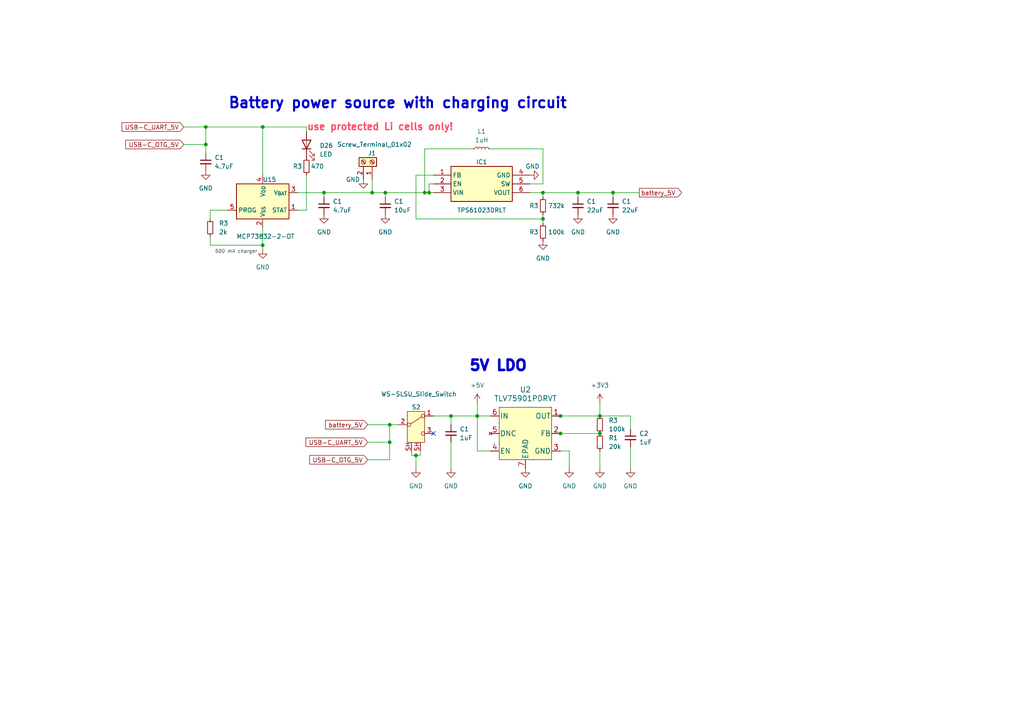
<source format=kicad_sch>
(kicad_sch (version 20230121) (generator eeschema)
  (paper "A4")
  (title_block (title "Keypad board") (date "2023-11-15") (rev "1.1"))
  (lib_symbols
    (symbol "Battery_Management:MCP73832-2-OT"
      (property "Reference" "U" (at -7.62 6.35 0))
      (property "Value" "MCP73832-2-OT" (at 1.27 6.35 0))
      (symbol "MCP73832-2-OT_0_1"
        (rectangle (start -7.62 5.08) (end 7.62 -5.08) (stroke (width 0.254)) (fill (type background)))
      )
      (symbol "MCP73832-2-OT_1_1"
        (pin output line (at 10.16 -2.54 180) (length 2.54) (name "STAT") (number "1"))
        (pin power_in line (at 0 -7.62 90) (length 2.54) (name "V_{SS}") (number "2"))
        (pin power_out line (at 10.16 2.54 180) (length 2.54) (name "V_{BAT}") (number "3"))
        (pin power_in line (at 0 7.62 270) (length 2.54) (name "V_{DD}") (number "4"))
        (pin input line (at -10.16 -2.54 0) (length 2.54) (name "PROG") (number "5"))
      )
    )
    (symbol "Connector:Screw_Terminal_01x02" (pin_names (offset 1.016) hide)
      (property "Reference" "J" (at 0 2.54 0))
      (property "Value" "Screw_Terminal_01x02" (at 0 -5.08 0))
      (symbol "Screw_Terminal_01x02_1_1"
        (rectangle (start -1.27 1.27) (end 1.27 -3.81) (stroke (width 0.254)) (fill (type background)))
        (circle (center 0 -2.54) (radius 0.635) (stroke (width 0.1524)))
        (polyline (pts (xy -0.5334 -2.2098) (xy 0.3302 -3.048)) (stroke (width 0.1524)))
        (polyline (pts (xy -0.5334 0.3302) (xy 0.3302 -0.508)) (stroke (width 0.1524)))
        (polyline (pts (xy -0.3556 -2.032) (xy 0.508 -2.8702)) (stroke (width 0.1524)))
        (polyline (pts (xy -0.3556 0.508) (xy 0.508 -0.3302)) (stroke (width 0.1524)))
        (circle (center 0 0) (radius 0.635) (stroke (width 0.1524)))
        (pin passive line (at -5.08 0 0) (length 3.81) (name "Pin_1") (number "1"))
        (pin passive line (at -5.08 -2.54 0) (length 3.81) (name "Pin_2") (number "2"))
      )
    )
    (symbol "PUTRocketLab_semiconductors:LED" (pin_numbers hide) (pin_names (offset 1.016) hide)
      (property "Reference" "D" (at 0 2.54 0))
      (property "Value" "LED" (at 0 -2.54 0))
      (symbol "LED_0_1"
        (polyline (pts (xy -1.27 -1.27) (xy -1.27 1.27)) (stroke (width 0.254)))
        (polyline (pts (xy -1.27 0) (xy 1.27 0)))
        (polyline (pts (xy 1.27 -1.27) (xy 1.27 1.27) (xy -1.27 0) (xy 1.27 -1.27)) (stroke (width 0.254)))
        (polyline (pts (xy -3.048 -0.762) (xy -4.572 -2.286) (xy -3.81 -2.286) (xy -4.572 -2.286) (xy -4.572 -1.524)))
        (polyline (pts (xy -1.778 -0.762) (xy -3.302 -2.286) (xy -2.54 -2.286) (xy -3.302 -2.286) (xy -3.302 -1.524)))
      )
      (symbol "LED_1_1"
        (pin passive line (at -3.81 0 0) (length 2.54) (name "K") (number "1"))
        (pin passive line (at 3.81 0 180) (length 2.54) (name "A") (number "2"))
      )
    )
    (symbol "PUTRocketLab_supply:+3.3V" (power) (pin_names (offset 0))
      (property "Value" "+3.3V" (at 0 3.556 0))
      (symbol "+3.3V_0_1"
        (polyline (pts (xy -0.762 1.27) (xy 0 2.54)))
        (polyline (pts (xy 0 0) (xy 0 2.54)))
        (polyline (pts (xy 0 2.54) (xy 0.762 1.27)))
      )
      (symbol "+3.3V_1_1"
        (pin power_in line (at 0 0 90) (length 0) hide (name "+3V3") (number "1"))
      )
    )
    (symbol "PUTRocketLab_supply:GND" (power) (pin_names (offset 0))
      (property "Value" "GND" (at 0 -3.81 0))
      (symbol "GND_0_1"
        (polyline (pts (xy 0 0) (xy 0 -1.27) (xy 1.27 -1.27) (xy 0 -2.54) (xy -1.27 -1.27) (xy 0 -1.27)))
      )
      (symbol "GND_1_1"
        (pin power_in line (at 0 0 270) (length 0) hide (name "GND") (number "1"))
      )
    )
    (symbol "PUT_RocketLab_IC:TLV75901PDRVT" (pin_names (offset 0.254))
      (property "Reference" "U" (at -6.35 13.97 0))
      (property "Value" "TLV75901PDRVT" (at 1.27 11.43 0))
      (symbol "TLV75901PDRVT_1_1"
        (rectangle (start -7.62 -7.62) (end 7.62 7.62) (fill (type background)))
        (pin power_out line (at -10.16 5.08 0) (length 2.54) (name "OUT") (number "1"))
        (pin input line (at -10.16 0 0) (length 2.54) (name "FB") (number "2"))
        (pin power_in line (at -10.16 -5.08 0) (length 2.54) (name "GND") (number "3"))
        (pin input line (at 10.16 -5.08 180) (length 2.54) (name "EN") (number "4"))
        (pin no_connect line (at 10.16 0 180) (length 2.54) (name "DNC") (number "5"))
        (pin power_in line (at 10.16 5.08 180) (length 2.54) (name "IN") (number "6"))
        (pin passive line (at 0 -10.16 90) (length 2.54) (name "EPAD") (number "7"))
      )
    )
    (symbol "PUT_RocketLab_IC:TPS61023DRLT"
      (property "Reference" "IC" (at 24.13 7.62 0))
      (property "Value" "TPS61023DRLT" (at 24.13 5.08 0))
      (symbol "TPS61023DRLT_1_1"
        (rectangle (start 5.08 2.54) (end 22.86 -7.62) (stroke (width 0.254)) (fill (type background)))
        (pin passive line (at 0 0 0) (length 5.08) (name "FB") (number "1"))
        (pin passive line (at 0 -2.54 0) (length 5.08) (name "EN") (number "2"))
        (pin passive line (at 0 -5.08 0) (length 5.08) (name "VIN") (number "3"))
        (pin passive line (at 27.94 0 180) (length 5.08) (name "GND") (number "4"))
        (pin passive line (at 27.94 -2.54 180) (length 5.08) (name "SW") (number "5"))
        (pin passive line (at 27.94 -5.08 180) (length 5.08) (name "VOUT") (number "6"))
      )
    )
    (symbol "PUT_RocketLab_misc:WS-SLSU_Slide_Switch"
      (property "Reference" "S?" (at 0 9.525 0))
      (property "Value" "WS-SLSU_Slide_Switch" (at 1.27 5.08 0))
      (symbol "WS-SLSU_Slide_Switch_0_0"
        (circle (center -2.032 0) (radius 0.508))
        (circle (center 2.032 -2.54) (radius 0.508))
      )
      (symbol "WS-SLSU_Slide_Switch_0_1"
        (rectangle (start -2.54 3.81) (end 2.54 -5.08) (fill (type background)))
        (polyline (pts (xy -1.524 0.254) (xy 1.651 2.286)))
        (circle (center 2.032 2.54) (radius 0.508))
      )
      (symbol "WS-SLSU_Slide_Switch_1_1"
        (pin passive line (at 5.08 2.54 180) (length 2.54) (name "~") (number "1"))
        (pin passive line (at -5.08 0 0) (length 2.54) (name "~") (number "2"))
        (pin passive line (at 5.08 -2.54 180) (length 2.54) (name "~") (number "3"))
        (pin passive line (at -1.27 -7.62 90) (length 2.54) (name "~") (number "SH"))
        (pin passive line (at 1.27 -7.62 90) (length 2.54) (name "~") (number "SH"))
      )
    )
    (symbol "PUT_RocketLab_power:+5V" (power) (pin_names (offset 0))
      (property "Value" "+5V" (at 0 3.556 0))
      (symbol "+5V_0_1"
        (polyline (pts (xy -0.762 1.27) (xy 0 2.54)))
        (polyline (pts (xy 0 0) (xy 0 2.54)))
        (polyline (pts (xy 0 2.54) (xy 0.762 1.27)))
      )
      (symbol "+5V_1_1"
        (pin power_in line (at 0 0 90) (length 0) hide (name "+5V") (number "1"))
      )
    )
    (symbol "PutRocketLab_RCL:C_Small" (pin_numbers hide) (pin_names (offset 0.254) hide)
      (property "Reference" "C" (at 0.254 1.778 0))
      (property "Value" "C_Small" (at 0.254 -2.032 0))
      (symbol "C_Small_0_1"
        (polyline (pts (xy -1.524 -0.508) (xy 1.524 -0.508)) (stroke (width 0.3302)))
        (polyline (pts (xy -1.524 0.508) (xy 1.524 0.508)) (stroke (width 0.3048)))
      )
      (symbol "C_Small_1_1"
        (pin passive line (at 0 2.54 270) (length 2.032) (name "~") (number "1"))
        (pin passive line (at 0 -2.54 90) (length 2.032) (name "~") (number "2"))
      )
    )
    (symbol "PutRocketLab_RCL:L_Small" (pin_numbers hide) (pin_names (offset 0.254) hide)
      (property "Reference" "L" (at 0.762 1.016 0))
      (property "Value" "L_Small" (at 0.762 -1.016 0))
      (symbol "L_Small_0_1"
        (arc (start 0 -2.032) (mid 0.5058 -1.524) (end 0 -1.016))
        (arc (start 0 -1.016) (mid 0.5058 -0.508) (end 0 0))
        (arc (start 0 0) (mid 0.5058 0.508) (end 0 1.016))
        (arc (start 0 1.016) (mid 0.5058 1.524) (end 0 2.032))
      )
      (symbol "L_Small_1_1"
        (pin passive line (at 0 2.54 270) (length 0.508) (name "~") (number "1"))
        (pin passive line (at 0 -2.54 90) (length 0.508) (name "~") (number "2"))
      )
    )
    (symbol "PutRocketLab_RCL:R_Small" (pin_numbers hide) (pin_names (offset 0.254) hide)
      (property "Reference" "R" (at 0.762 0.508 0))
      (property "Value" "R_Small" (at 0.762 -1.016 0))
      (symbol "R_Small_0_1"
        (rectangle (start -0.762 1.778) (end 0.762 -1.778) (stroke (width 0.2032)))
      )
      (symbol "R_Small_1_1"
        (pin passive line (at 0 2.54 270) (length 0.762) (name "~") (number "1"))
        (pin passive line (at 0 -2.54 90) (length 0.762) (name "~") (number "2"))
      )
    )
  )
  (junction (at 177.8 55.88))
  (junction (at 124.46 55.88))
  (junction (at 138.43 120.65))
  (junction (at 123.19 55.88))
  (junction (at 120.65 132.08))
  (junction (at 167.64 55.88))
  (junction (at 162.56 120.65))
  (junction (at 59.69 41.91))
  (junction (at 76.2 36.83))
  (junction (at 157.48 63.5))
  (junction (at 111.76 55.88))
  (junction (at 162.56 125.73))
  (junction (at 59.69 36.83))
  (junction (at 113.03 128.27))
  (junction (at 113.03 123.19))
  (junction (at 130.81 120.65))
  (junction (at 76.2 71.12))
  (junction (at 107.95 55.88))
  (junction (at 93.98 55.88))
  (junction (at 157.48 55.88))
  (junction (at 173.99 120.65))
  (junction (at 173.99 125.73))
  (no_connect (at 125.73 125.73))
  (wire (pts (xy 125.73 50.8) (xy 120.65 50.8)))
  (wire (pts (xy 138.43 120.65) (xy 138.43 130.81)))
  (wire (pts (xy 124.46 53.34) (xy 125.73 53.34)))
  (wire (pts (xy 111.76 55.88) (xy 123.19 55.88)))
  (wire (pts (xy 106.68 133.35) (xy 113.03 133.35)))
  (wire (pts (xy 120.65 63.5) (xy 157.48 63.5)))
  (wire (pts (xy 125.73 120.65) (xy 130.81 120.65)))
  (wire (pts (xy 162.56 125.73) (xy 173.99 125.73)))
  (wire (pts (xy 123.19 43.18) (xy 123.19 55.88)))
  (wire (pts (xy 121.92 132.08) (xy 120.65 132.08)))
  (wire (pts (xy 142.24 120.65) (xy 138.43 120.65)))
  (wire (pts (xy 88.9 36.83) (xy 88.9 38.1)))
  (wire (pts (xy 138.43 130.81) (xy 142.24 130.81)))
  (wire (pts (xy 107.95 55.88) (xy 93.98 55.88)))
  (wire (pts (xy 107.95 52.07) (xy 107.95 55.88)))
  (wire (pts (xy 182.88 120.65) (xy 182.88 124.46)))
  (wire (pts (xy 182.88 120.65) (xy 173.99 120.65)))
  (wire (pts (xy 76.2 71.12) (xy 76.2 66.04)))
  (wire (pts (xy 157.48 53.34) (xy 153.67 53.34)))
  (wire (pts (xy 53.34 36.83) (xy 59.69 36.83)))
  (wire (pts (xy 59.69 36.83) (xy 59.69 41.91)))
  (wire (pts (xy 119.38 132.08) (xy 119.38 130.81)))
  (wire (pts (xy 60.96 60.96) (xy 60.96 63.5)))
  (wire (pts (xy 76.2 71.12) (xy 76.2 72.39)))
  (wire (pts (xy 157.48 63.5) (xy 157.48 64.77)))
  (wire (pts (xy 121.92 130.81) (xy 121.92 132.08)))
  (wire (pts (xy 130.81 120.65) (xy 130.81 123.19)))
  (wire (pts (xy 157.48 43.18) (xy 157.48 53.34)))
  (wire (pts (xy 53.34 41.91) (xy 59.69 41.91)))
  (wire (pts (xy 160.02 125.73) (xy 162.56 125.73)))
  (wire (pts (xy 153.67 55.88) (xy 157.48 55.88)))
  (wire (pts (xy 124.46 55.88) (xy 125.73 55.88)))
  (wire (pts (xy 177.8 55.88) (xy 185.42 55.88)))
  (wire (pts (xy 182.88 129.54) (xy 182.88 135.89)))
  (wire (pts (xy 162.56 120.65) (xy 173.99 120.65)))
  (wire (pts (xy 165.1 130.81) (xy 162.56 130.81)))
  (wire (pts (xy 157.48 55.88) (xy 157.48 57.15)))
  (wire (pts (xy 173.99 116.84) (xy 173.99 120.65)))
  (wire (pts (xy 76.2 36.83) (xy 76.2 50.8)))
  (wire (pts (xy 120.65 132.08) (xy 120.65 135.89)))
  (wire (pts (xy 106.68 123.19) (xy 113.03 123.19)))
  (wire (pts (xy 157.48 55.88) (xy 167.64 55.88)))
  (wire (pts (xy 76.2 36.83) (xy 59.69 36.83)))
  (wire (pts (xy 66.04 60.96) (xy 60.96 60.96)))
  (wire (pts (xy 173.99 135.89) (xy 173.99 130.81)))
  (wire (pts (xy 123.19 55.88) (xy 124.46 55.88)))
  (wire (pts (xy 60.96 71.12) (xy 76.2 71.12)))
  (wire (pts (xy 113.03 123.19) (xy 113.03 128.27)))
  (wire (pts (xy 113.03 123.19) (xy 115.57 123.19)))
  (wire (pts (xy 113.03 133.35) (xy 113.03 128.27)))
  (wire (pts (xy 138.43 120.65) (xy 138.43 116.84)))
  (wire (pts (xy 130.81 128.27) (xy 130.81 135.89)))
  (wire (pts (xy 167.64 55.88) (xy 177.8 55.88)))
  (wire (pts (xy 167.64 55.88) (xy 167.64 57.15)))
  (wire (pts (xy 142.24 43.18) (xy 157.48 43.18)))
  (wire (pts (xy 76.2 36.83) (xy 88.9 36.83)))
  (wire (pts (xy 124.46 53.34) (xy 124.46 55.88)))
  (wire (pts (xy 59.69 44.45) (xy 59.69 41.91)))
  (wire (pts (xy 165.1 135.89) (xy 165.1 130.81)))
  (wire (pts (xy 177.8 57.15) (xy 177.8 55.88)))
  (wire (pts (xy 93.98 55.88) (xy 93.98 57.15)))
  (wire (pts (xy 111.76 57.15) (xy 111.76 55.88)))
  (wire (pts (xy 120.65 50.8) (xy 120.65 63.5)))
  (wire (pts (xy 120.65 132.08) (xy 119.38 132.08)))
  (wire (pts (xy 111.76 55.88) (xy 107.95 55.88)))
  (wire (pts (xy 106.68 128.27) (xy 113.03 128.27)))
  (wire (pts (xy 137.16 43.18) (xy 123.19 43.18)))
  (wire (pts (xy 86.36 55.88) (xy 93.98 55.88)))
  (wire (pts (xy 160.02 120.65) (xy 162.56 120.65)))
  (wire (pts (xy 60.96 68.58) (xy 60.96 71.12)))
  (wire (pts (xy 157.48 62.23) (xy 157.48 63.5)))
  (wire (pts (xy 130.81 120.65) (xy 138.43 120.65)))
  (wire (pts (xy 88.9 50.8) (xy 88.9 60.96)))
  (wire (pts (xy 88.9 60.96) (xy 86.36 60.96)))
  (text "use protected Li cells only!" (at 88.9 38.1 0) (effects (font (size 2 2) (thickness 0.4) bold) (justify left bottom)))
  (text "Battery power source with charging circuit" (at 66.04 31.75 0) (effects (font (size 3 3) (thickness 0.6) bold) (justify left bottom)))
  (text "5V LDO" (at 135.89 107.95 0) (effects (font (size 3 3) (thickness 1) bold) (justify left bottom)))
  (text "500 mA charger" (at 62.23 73.66 0) (effects (font (size 1 1) italic) (justify left bottom)))
  (global_label "USB-C_OTG_5V" (shape input) (at 53.34 41.91 180) (property "Intersheetrefs" "${INTERSHEET_REFS}" (effects hide)))
  (global_label "USB-C_OTG_5V" (shape input) (at 106.68 133.35 180) (property "Intersheetrefs" "${INTERSHEET_REFS}" (effects hide)))
  (global_label "battery_5V" (shape input) (at 106.68 123.19 180) (property "Intersheetrefs" "${INTERSHEET_REFS}" (effects hide)))
  (global_label "USB-C_UART_5V" (shape input) (at 106.68 128.27 180) (property "Intersheetrefs" "${INTERSHEET_REFS}" (effects hide)))
  (global_label "battery_5V" (shape output) (at 185.42 55.88 0) (property "Intersheetrefs" "${INTERSHEET_REFS}" (effects hide)))
  (global_label "USB-C_UART_5V" (shape input) (at 53.34 36.83 180) (property "Intersheetrefs" "${INTERSHEET_REFS}" (effects hide)))
  (symbol (lib_id "PutRocketLab_RCL:R_Small") (at 88.9 48.26 180) (unit 1)
    (property "Reference" "R3" (at 87.63 48.26 0) (effects (justify left)))
    (property "Value" "470" (at 93.98 48.26 0) (effects (justify left)))
    (property "Footprint" "Resistor_SMD:R_0805_2012Metric" (effects hide))
    (instances (project "keypad" (path "" (reference "R3") (unit 1)) (path "" (reference "R4") (unit 1))))
  )
  (symbol (lib_id "PUTRocketLab_supply:GND") (at 157.48 69.85 0) (unit 1)
    (property "Reference" "#PWR011" (effects hide))
    (property "Value" "GND" (at 157.48 74.93 0))
    (instances (project "keypad" (path "" (reference "#PWR011") (unit 1)) (path "" (reference "#PWR040") (unit 1))))
  )
  (symbol (lib_id "PUTRocketLab_supply:GND") (at 152.4 135.89 0) (unit 1)
    (property "Reference" "#PWR010" (effects hide))
    (property "Value" "GND" (at 152.4 140.97 0))
    (instances (project "keypad" (path "" (reference "#PWR010") (unit 1)) (path "" (reference "#PWR07") (unit 1))))
  )
  (symbol (lib_id "Connector:Screw_Terminal_01x02") (at 107.95 46.99 270) (mirror x) (unit 1)
    (property "Reference" "J1" (at 106.68 44.45 90) (effects (justify left)))
    (property "Value" "Screw_Terminal_01x02" (at 97.79 41.91 90) (effects (justify left)))
    (property "Footprint" "PUT_RocketLab_other:XY2500R-DS(5.08)-02V" (effects hide))
  )
  (symbol (lib_id "PutRocketLab_RCL:C_Small") (at 130.81 125.73 0) (unit 1)
    (property "Reference" "C1" (at 133.35 124.4663 0) (effects (justify left)))
    (property "Value" "1uF" (at 133.35 127.0063 0) (effects (justify left)))
    (property "Footprint" "Capacitor_SMD:C_0603_1608Metric" (effects hide))
  )
  (symbol (lib_id "PutRocketLab_RCL:R_Small") (at 60.96 66.04 0) (unit 1)
    (property "Reference" "R3" (at 63.5 64.77 0) (effects (justify left)))
    (property "Value" "2k" (at 63.5 67.31 0) (effects (justify left)))
    (property "Footprint" "Resistor_SMD:R_0805_2012Metric" (effects hide))
    (instances (project "keypad" (path "" (reference "R3") (unit 1)) (path "" (reference "R2") (unit 1))))
  )
  (symbol (lib_id "PUTRocketLab_supply:GND") (at 76.2 72.39 0) (unit 1)
    (property "Reference" "#PWR011" (effects hide))
    (property "Value" "GND" (at 76.2 77.47 0))
    (instances (project "keypad" (path "" (reference "#PWR011") (unit 1)) (path "" (reference "#PWR069") (unit 1))))
  )
  (symbol (lib_id "PutRocketLab_RCL:L_Small") (at 139.7 43.18 90) (unit 1)
    (property "Reference" "L1" (at 139.7 38.1 90))
    (property "Value" "1uH" (at 139.7 40.64 90))
    (property "Footprint" "Inductor_SMD:L_Bourns_SRP1038C_10.0x10.0mm" (effects hide))
  )
  (symbol (lib_id "PutRocketLab_RCL:R_Small") (at 157.48 67.31 180) (unit 1)
    (property "Reference" "R3" (at 156.21 67.31 0) (effects (justify left)))
    (property "Value" "100k" (at 163.83 67.31 0) (effects (justify left)))
    (property "Footprint" "Resistor_SMD:R_0805_2012Metric" (effects hide))
    (instances (project "keypad" (path "" (reference "R3") (unit 1)) (path "" (reference "R16") (unit 1))))
  )
  (symbol (lib_id "PUTRocketLab_supply:GND") (at 120.65 135.89 0) (unit 1)
    (property "Reference" "#PWR05" (effects hide))
    (property "Value" "GND" (at 120.65 140.97 0))
    (instances (project "keypad" (path "" (reference "#PWR05") (unit 1)) (path "" (reference "#PWR03") (unit 1))))
  )
  (symbol (lib_id "PUTRocketLab_supply:GND") (at 177.8 62.23 0) (unit 1)
    (property "Reference" "#PWR011" (effects hide))
    (property "Value" "GND" (at 177.8 67.31 0))
    (instances (project "keypad" (path "" (reference "#PWR011") (unit 1)) (path "" (reference "#PWR039") (unit 1))))
  )
  (symbol (lib_id "PUT_RocketLab_power:+5V") (at 138.43 116.84 0) (unit 1)
    (property "Reference" "#PWR04" (effects hide))
    (property "Value" "+5V" (at 138.43 111.76 0))
    (instances (project "keypad" (path "" (reference "#PWR04") (unit 1)) (path "" (reference "#PWR06") (unit 1))))
  )
  (symbol (lib_id "PutRocketLab_RCL:R_Small") (at 173.99 123.19 0) (unit 1)
    (property "Reference" "R3" (at 176.53 121.92 0) (effects (justify left)))
    (property "Value" "100k" (at 176.53 124.46 0) (effects (justify left)))
    (property "Footprint" "Resistor_SMD:R_0805_2012Metric" (effects hide))
    (instances (project "keypad" (path "" (reference "R3") (unit 1)) (path "" (reference "R1") (unit 1))))
  )
  (symbol (lib_id "PutRocketLab_RCL:C_Small") (at 167.64 59.69 0) (unit 1)
    (property "Reference" "C1" (at 170.18 58.4263 0) (effects (justify left)))
    (property "Value" "22uF" (at 170.18 60.9663 0) (effects (justify left)))
    (property "Footprint" "Capacitor_SMD:C_0603_1608Metric" (effects hide))
    (instances (project "keypad" (path "" (reference "C1") (unit 1)) (path "" (reference "C18") (unit 1))))
  )
  (symbol (lib_id "PutRocketLab_RCL:C_Small") (at 111.76 59.69 0) (unit 1)
    (property "Reference" "C1" (at 114.3 58.4263 0) (effects (justify left)))
    (property "Value" "10uF" (at 114.3 60.9663 0) (effects (justify left)))
    (property "Footprint" "Capacitor_SMD:C_0603_1608Metric" (effects hide))
    (instances (project "keypad" (path "" (reference "C1") (unit 1)) (path "" (reference "C17") (unit 1))))
  )
  (symbol (lib_id "PUTRocketLab_supply:GND") (at 93.98 62.23 0) (unit 1)
    (property "Reference" "#PWR011" (effects hide))
    (property "Value" "GND" (at 93.98 67.31 0))
    (instances (project "keypad" (path "" (reference "#PWR011") (unit 1)) (path "" (reference "#PWR012") (unit 1))))
  )
  (symbol (lib_id "PUTRocketLab_supply:GND") (at 173.99 135.89 0) (unit 1)
    (property "Reference" "#PWR08" (effects hide))
    (property "Value" "GND" (at 173.99 140.97 0))
    (instances (project "keypad" (path "" (reference "#PWR08") (unit 1)) (path "" (reference "#PWR010") (unit 1))))
  )
  (symbol (lib_id "PutRocketLab_RCL:C_Small") (at 182.88 127 0) (unit 1)
    (property "Reference" "C2" (at 185.42 125.7363 0) (effects (justify left)))
    (property "Value" "1uF" (at 185.42 128.2763 0) (effects (justify left)))
    (property "Footprint" "Capacitor_SMD:C_0603_1608Metric" (effects hide))
  )
  (symbol (lib_id "PUTRocketLab_supply:GND") (at 105.41 52.07 0) (unit 1)
    (property "Reference" "#PWR011" (effects hide))
    (property "Value" "GND" (at 100.33 52.07 0) (effects (justify left)))
  )
  (symbol (lib_id "PutRocketLab_RCL:C_Small") (at 177.8 59.69 0) (unit 1)
    (property "Reference" "C1" (at 180.34 58.4263 0) (effects (justify left)))
    (property "Value" "22uF" (at 180.34 60.9663 0) (effects (justify left)))
    (property "Footprint" "Capacitor_SMD:C_0603_1608Metric" (effects hide))
    (instances (project "keypad" (path "" (reference "C1") (unit 1)) (path "" (reference "C19") (unit 1))))
  )
  (symbol (lib_id "PUTRocketLab_supply:GND") (at 130.81 135.89 0) (unit 1)
    (property "Reference" "#PWR05" (effects hide))
    (property "Value" "GND" (at 130.81 140.97 0))
  )
  (symbol (lib_id "PUT_RocketLab_IC:TLV75901PDRVT") (at 152.4 125.73 0) (mirror y) (unit 1)
    (property "Reference" "U2" (at 152.4 113.03 0) (effects (font (size 1.524 1.524))))
    (property "Value" "TLV75901PDRVT" (at 152.4 115.57 0) (effects (font (size 1.524 1.524))))
    (property "Footprint" "PUT_RocketLab_IC:TLV75901PDRVT" (effects hide))
    (property "Datasheet" "https://www.ti.com/lit/ds/symlink/tlv759p.pdf?HQS=dis-mous-null-mousermode-dsf-pf-null-wwe&ts=1700306112254&ref_url=https%253A%252F%252Fwww.ti.com%252Fgeneral%252Fdocs%252Fsuppproductinfo.tsp%253FdistId%253D26%2526gotoUrl%253Dhttps%253A%252F%252Fwww.ti.com%252Flit%252Fgpn%252Ftlv759p" (effects hide))
  )
  (symbol (lib_id "PUTRocketLab_semiconductors:LED") (at 88.9 41.91 90) (unit 1)
    (property "Reference" "D26" (at 92.71 42.2275 90) (effects (justify right)))
    (property "Value" "LED" (at 92.71 44.7675 90) (effects (justify right)))
    (property "Footprint" "LED_SMD:LED_0805_2012Metric_Pad1.15x1.40mm_HandSolder" (effects hide))
    (instances (project "keypad" (path "" (reference "D26") (unit 1)) (path "" (reference "D26") (unit 1)) (path "" (reference "D1") (unit 1))))
  )
  (symbol (lib_id "PUTRocketLab_supply:GND") (at 59.69 49.53 0) (unit 1)
    (property "Reference" "#PWR011" (effects hide))
    (property "Value" "GND" (at 59.69 54.61 0))
    (instances (project "keypad" (path "" (reference "#PWR011") (unit 1)) (path "" (reference "#PWR04") (unit 1))))
  )
  (symbol (lib_id "PUTRocketLab_supply:GND") (at 182.88 135.89 0) (unit 1)
    (property "Reference" "#PWR09" (effects hide))
    (property "Value" "GND" (at 182.88 140.97 0))
    (instances (project "keypad" (path "" (reference "#PWR09") (unit 1)) (path "" (reference "#PWR013") (unit 1))))
  )
  (symbol (lib_id "PUTRocketLab_supply:GND") (at 111.76 62.23 0) (unit 1)
    (property "Reference" "#PWR011" (effects hide))
    (property "Value" "GND" (at 111.76 67.31 0))
    (instances (project "keypad" (path "" (reference "#PWR011") (unit 1)) (path "" (reference "#PWR037") (unit 1))))
  )
  (symbol (lib_id "PUTRocketLab_supply:GND") (at 165.1 135.89 0) (unit 1)
    (property "Reference" "#PWR06" (effects hide))
    (property "Value" "GND" (at 165.1 140.97 0))
    (instances (project "keypad" (path "" (reference "#PWR06") (unit 1)) (path "" (reference "#PWR08") (unit 1))))
  )
  (symbol (lib_id "PUTRocketLab_supply:GND") (at 167.64 62.23 0) (unit 1)
    (property "Reference" "#PWR011" (effects hide))
    (property "Value" "GND" (at 167.64 67.31 0))
    (instances (project "keypad" (path "" (reference "#PWR011") (unit 1)) (path "" (reference "#PWR038") (unit 1))))
  )
  (symbol (lib_id "PUT_RocketLab_IC:TPS61023DRLT") (at 125.73 50.8 0) (unit 1)
    (property "Reference" "IC1" (at 139.7 46.99 0))
    (property "Value" "TPS61023DRLT" (at 139.7 60.96 0))
    (property "Footprint" "PUT_RocketLab_IC:TPS61023" (effects hide))
    (property "Datasheet" "http://www.ti.com/general/docs/suppproductinfo.tsp?distId=10&gotoUrl=http%3A%2F%2Fwww.ti.com%2Flit%2Fgpn%2Ftps61023" (effects hide))
    (property "Height" "0.6" (effects hide))
    (property "Mouser Part Number" "595-TPS61023DRLT" (effects hide))
    (property "Mouser Price/Stock" "https://www.mouser.co.uk/ProductDetail/Texas-Instruments/TPS61023DRLT?qs=BJlw7L4Cy78Zr3IJIU3gNw%3D%3D" (effects hide))
    (property "Manufacturer_Name" "Texas Instruments" (effects hide))
    (property "Manufacturer_Part_Number" "TPS61023DRLT" (effects hide))
  )
  (symbol (lib_id "PUTRocketLab_supply:+3.3V") (at 173.99 116.84 0) (unit 1)
    (property "Reference" "#PWR07" (effects hide))
    (property "Value" "+3.3V" (at 173.99 111.76 0))
    (instances (project "keypad" (path "" (reference "#PWR07") (unit 1)) (path "" (reference "#PWR09") (unit 1))))
  )
  (symbol (lib_id "PutRocketLab_RCL:C_Small") (at 59.69 46.99 0) (unit 1)
    (property "Reference" "C1" (at 62.23 45.7263 0) (effects (justify left)))
    (property "Value" "4.7uF" (at 62.23 48.2663 0) (effects (justify left)))
    (property "Footprint" "Capacitor_SMD:C_0603_1608Metric" (effects hide))
    (instances (project "keypad" (path "" (reference "C1") (unit 1)) (path "" (reference "C15") (unit 1))))
  )
  (symbol (lib_id "Battery_Management:MCP73832-2-OT") (at 76.2 58.42 0) (unit 1)
    (property "Reference" "U15" (at 76.2 52.07 0) (effects (justify left)))
    (property "Value" "MCP73832-2-OT" (at 68.58 68.58 0) (effects (justify left)))
    (property "Footprint" "Package_TO_SOT_SMD:SOT-23-5" (effects hide))
    (property "Datasheet" "https://www.mouser.pl/datasheet/2/268/20001984g-846362.pdf" (effects hide))
  )
  (symbol (lib_id "PutRocketLab_RCL:R_Small") (at 173.99 128.27 0) (unit 1)
    (property "Reference" "R1" (at 176.53 127 0) (effects (justify left)))
    (property "Value" "20k" (at 176.53 129.54 0) (effects (justify left)))
    (property "Footprint" "Resistor_SMD:R_0805_2012Metric" (effects hide))
    (instances (project "keypad" (path "" (reference "R1") (unit 1)) (path "" (reference "R3") (unit 1))))
  )
  (symbol (lib_id "PutRocketLab_RCL:R_Small") (at 157.48 59.69 180) (unit 1)
    (property "Reference" "R3" (at 156.21 59.69 0) (effects (justify left)))
    (property "Value" "732k" (at 163.83 59.69 0) (effects (justify left)))
    (property "Footprint" "Resistor_SMD:R_0805_2012Metric" (effects hide))
    (instances (project "keypad" (path "" (reference "R3") (unit 1)) (path "" (reference "R12") (unit 1))))
  )
  (symbol (lib_id "PUTRocketLab_supply:GND") (at 153.67 50.8 90) (unit 1)
    (property "Reference" "#PWR011" (effects hide))
    (property "Value" "GND" (at 152.4 48.26 90) (effects (justify right)))
    (instances (project "keypad" (path "" (reference "#PWR011") (unit 1)) (path "" (reference "#PWR041") (unit 1))))
  )
  (symbol (lib_id "PUT_RocketLab_misc:WS-SLSU_Slide_Switch") (at 120.65 123.19 0) (unit 1)
    (property "Reference" "S2" (at 119.38 118.11 0) (effects (justify left)))
    (property "Value" "WS-SLSU_Slide_Switch" (at 110.49 114.3 0) (effects (justify left)))
    (property "Footprint" "PUT_RocketLab_other:EG1206A" (effects hide))
  )
  (symbol (lib_id "PutRocketLab_RCL:C_Small") (at 93.98 59.69 0) (unit 1)
    (property "Reference" "C1" (at 96.52 58.4263 0) (effects (justify left)))
    (property "Value" "4.7uF" (at 96.52 60.9663 0) (effects (justify left)))
    (property "Footprint" "Capacitor_SMD:C_0603_1608Metric" (effects hide))
    (instances (project "keypad" (path "" (reference "C1") (unit 1)) (path "" (reference "C16") (unit 1))))
  )
)
</source>
